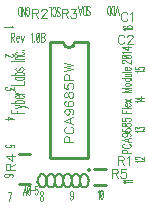
<source format=gto>
G04 DipTrace 2.4.0.2*
%INPCA9685.gto*%
%MOMM*%
%ADD10C,0.25*%
%ADD13C,0.152*%
%ADD24O,0.322X0.33*%
%ADD27O,0.312X0.377*%
%ADD46C,0.118*%
%ADD47C,0.111*%
%ADD48C,0.083*%
%FSLAX53Y53*%
G04*
G71*
G90*
G75*
G01*
%LNTopSilk*%
%LPD*%
X14301Y12996D2*
D10*
X13400D1*
X14301Y15596D2*
X13400D1*
D24*
X14862Y13227D3*
X19744Y14317D2*
D10*
X20744D1*
X19744Y12917D2*
X20744D1*
D27*
X19273Y14238D3*
X14993Y13324D2*
D13*
X14994Y13364D1*
X14996Y13403D1*
X15001Y13442D1*
X15007Y13481D1*
X15014Y13519D1*
X15024Y13556D1*
X15035Y13592D1*
X15047Y13626D1*
X15061Y13659D1*
X15077Y13690D1*
X15094Y13720D1*
X15112Y13748D1*
X15131Y13773D1*
X15151Y13796D1*
X15173Y13818D1*
X15195Y13836D1*
X15218Y13852D1*
X15241Y13866D1*
X15266Y13877D1*
X15290Y13885D1*
X15315Y13891D1*
X15340Y13894D1*
X15365D1*
X15390Y13891D1*
X15415Y13885D1*
X15440Y13877D1*
X15464Y13866D1*
X15488Y13852D1*
X15510Y13836D1*
X15533Y13818D1*
X15554Y13796D1*
X15574Y13773D1*
X15594Y13748D1*
X15612Y13720D1*
X15628Y13690D1*
X15644Y13659D1*
X15658Y13626D1*
X15671Y13592D1*
X15682Y13556D1*
X15691Y13519D1*
X15699Y13481D1*
X15705Y13442D1*
X15709Y13403D1*
X15712Y13364D1*
X15713Y13324D1*
X15712Y13284D1*
X15709Y13245D1*
X15705Y13205D1*
X15699Y13167D1*
X15691Y13129D1*
X15682Y13092D1*
X15671Y13056D1*
X15658Y13022D1*
X15644Y12989D1*
X15628Y12958D1*
X15612Y12928D1*
X15594Y12900D1*
X15574Y12875D1*
X15554Y12851D1*
X15533Y12830D1*
X15510Y12812D1*
X15488Y12795D1*
X15464Y12782D1*
X15440Y12771D1*
X15415Y12763D1*
X15390Y12757D1*
X15365Y12754D1*
X15340D1*
X15315Y12757D1*
X15290Y12763D1*
X15266Y12771D1*
X15241Y12782D1*
X15218Y12795D1*
X15195Y12812D1*
X15173Y12830D1*
X15151Y12851D1*
X15131Y12875D1*
X15112Y12900D1*
X15094Y12928D1*
X15077Y12958D1*
X15061Y12989D1*
X15047Y13022D1*
X15035Y13056D1*
X15024Y13092D1*
X15014Y13129D1*
X15007Y13167D1*
X15001Y13205D1*
X14996Y13245D1*
X14994Y13284D1*
X14993Y13324D1*
X15698Y13319D2*
X15699Y13358D1*
X15702Y13398D1*
X15706Y13437D1*
X15712Y13476D1*
X15720Y13514D1*
X15729Y13551D1*
X15740Y13586D1*
X15753Y13621D1*
X15767Y13654D1*
X15782Y13685D1*
X15799Y13715D1*
X15817Y13742D1*
X15837Y13768D1*
X15857Y13791D1*
X15878Y13812D1*
X15900Y13831D1*
X15923Y13847D1*
X15947Y13861D1*
X15971Y13872D1*
X15996Y13880D1*
X16021Y13886D1*
X16046Y13888D1*
X16071D1*
X16096Y13886D1*
X16121Y13880D1*
X16145Y13872D1*
X16170Y13861D1*
X16193Y13847D1*
X16216Y13831D1*
X16238Y13812D1*
X16260Y13791D1*
X16280Y13768D1*
X16299Y13742D1*
X16317Y13715D1*
X16334Y13685D1*
X16350Y13654D1*
X16364Y13621D1*
X16376Y13586D1*
X16387Y13551D1*
X16397Y13514D1*
X16404Y13476D1*
X16410Y13437D1*
X16415Y13398D1*
X16417Y13358D1*
X16418Y13319D1*
X16417Y13279D1*
X16415Y13239D1*
X16410Y13200D1*
X16404Y13162D1*
X16397Y13124D1*
X16387Y13087D1*
X16376Y13051D1*
X16364Y13017D1*
X16350Y12984D1*
X16334Y12952D1*
X16317Y12923D1*
X16299Y12895D1*
X16280Y12870D1*
X16260Y12846D1*
X16238Y12825D1*
X16216Y12806D1*
X16193Y12790D1*
X16170Y12777D1*
X16145Y12766D1*
X16121Y12757D1*
X16096Y12752D1*
X16071Y12749D1*
X16046D1*
X16021Y12752D1*
X15996Y12757D1*
X15971Y12766D1*
X15947Y12777D1*
X15923Y12790D1*
X15900Y12806D1*
X15878Y12825D1*
X15857Y12846D1*
X15837Y12870D1*
X15817Y12895D1*
X15799Y12923D1*
X15782Y12952D1*
X15767Y12984D1*
X15753Y13017D1*
X15740Y13051D1*
X15729Y13087D1*
X15720Y13124D1*
X15712Y13162D1*
X15706Y13200D1*
X15702Y13239D1*
X15699Y13279D1*
X15698Y13319D1*
X16405Y13331D2*
X16406Y13370D1*
X16409Y13410D1*
X16413Y13449D1*
X16419Y13488D1*
X16427Y13526D1*
X16436Y13562D1*
X16447Y13598D1*
X16460Y13633D1*
X16474Y13666D1*
X16490Y13697D1*
X16506Y13727D1*
X16524Y13754D1*
X16544Y13780D1*
X16564Y13803D1*
X16585Y13824D1*
X16608Y13843D1*
X16630Y13859D1*
X16654Y13873D1*
X16678Y13884D1*
X16703Y13892D1*
X16728Y13897D1*
X16753Y13900D1*
X16778D1*
X16803Y13897D1*
X16828Y13892D1*
X16852Y13884D1*
X16877Y13873D1*
X16900Y13859D1*
X16923Y13843D1*
X16945Y13824D1*
X16967Y13803D1*
X16987Y13780D1*
X17006Y13754D1*
X17024Y13727D1*
X17041Y13697D1*
X17057Y13666D1*
X17071Y13633D1*
X17083Y13598D1*
X17094Y13562D1*
X17104Y13526D1*
X17111Y13488D1*
X17117Y13449D1*
X17122Y13410D1*
X17124Y13370D1*
X17125Y13331D1*
X17124Y13291D1*
X17122Y13251D1*
X17117Y13212D1*
X17111Y13173D1*
X17104Y13136D1*
X17094Y13099D1*
X17083Y13063D1*
X17071Y13029D1*
X17057Y12996D1*
X17041Y12964D1*
X17024Y12935D1*
X17006Y12907D1*
X16987Y12881D1*
X16967Y12858D1*
X16945Y12837D1*
X16923Y12818D1*
X16900Y12802D1*
X16877Y12788D1*
X16852Y12778D1*
X16828Y12769D1*
X16803Y12764D1*
X16778Y12761D1*
X16753D1*
X16728Y12764D1*
X16703Y12769D1*
X16678Y12778D1*
X16654Y12788D1*
X16630Y12802D1*
X16608Y12818D1*
X16585Y12837D1*
X16564Y12858D1*
X16544Y12881D1*
X16524Y12907D1*
X16506Y12935D1*
X16490Y12964D1*
X16474Y12996D1*
X16460Y13029D1*
X16447Y13063D1*
X16436Y13099D1*
X16427Y13136D1*
X16419Y13173D1*
X16413Y13212D1*
X16409Y13251D1*
X16406Y13291D1*
X16405Y13331D1*
X17123Y13340D2*
X17124Y13379D1*
X17126Y13419D1*
X17131Y13458D1*
X17137Y13497D1*
X17145Y13535D1*
X17154Y13572D1*
X17165Y13607D1*
X17178Y13642D1*
X17192Y13675D1*
X17207Y13706D1*
X17224Y13736D1*
X17242Y13763D1*
X17261Y13789D1*
X17281Y13812D1*
X17303Y13833D1*
X17325Y13852D1*
X17348Y13868D1*
X17372Y13882D1*
X17396Y13893D1*
X17420Y13901D1*
X17445Y13907D1*
X17470Y13909D1*
X17495D1*
X17520Y13907D1*
X17545Y13901D1*
X17570Y13893D1*
X17594Y13882D1*
X17618Y13868D1*
X17641Y13852D1*
X17663Y13833D1*
X17684Y13812D1*
X17704Y13789D1*
X17724Y13763D1*
X17742Y13736D1*
X17759Y13706D1*
X17774Y13675D1*
X17788Y13642D1*
X17801Y13607D1*
X17812Y13572D1*
X17821Y13535D1*
X17829Y13497D1*
X17835Y13458D1*
X17839Y13419D1*
X17842Y13379D1*
X17843Y13340D1*
X17842Y13300D1*
X17839Y13260D1*
X17835Y13221D1*
X17829Y13183D1*
X17821Y13145D1*
X17812Y13108D1*
X17801Y13072D1*
X17788Y13038D1*
X17774Y13005D1*
X17759Y12973D1*
X17742Y12944D1*
X17724Y12916D1*
X17704Y12891D1*
X17684Y12867D1*
X17663Y12846D1*
X17641Y12827D1*
X17618Y12811D1*
X17594Y12798D1*
X17570Y12787D1*
X17545Y12778D1*
X17520Y12773D1*
X17495Y12770D1*
X17470D1*
X17445Y12773D1*
X17420Y12778D1*
X17396Y12787D1*
X17372Y12798D1*
X17348Y12811D1*
X17325Y12827D1*
X17303Y12846D1*
X17281Y12867D1*
X17261Y12891D1*
X17242Y12916D1*
X17224Y12944D1*
X17207Y12973D1*
X17192Y13005D1*
X17178Y13038D1*
X17165Y13072D1*
X17154Y13108D1*
X17145Y13145D1*
X17137Y13183D1*
X17131Y13221D1*
X17126Y13260D1*
X17124Y13300D1*
X17123Y13340D1*
X17850Y13334D2*
X17851Y13374D1*
X17854Y13414D1*
X17858Y13453D1*
X17864Y13491D1*
X17872Y13529D1*
X17881Y13566D1*
X17892Y13602D1*
X17905Y13636D1*
X17919Y13669D1*
X17934Y13701D1*
X17951Y13730D1*
X17969Y13758D1*
X17989Y13783D1*
X18009Y13807D1*
X18030Y13828D1*
X18052Y13847D1*
X18075Y13863D1*
X18099Y13876D1*
X18123Y13887D1*
X18148Y13896D1*
X18173Y13901D1*
X18198Y13904D1*
X18223D1*
X18248Y13901D1*
X18273Y13896D1*
X18297Y13887D1*
X18321Y13876D1*
X18345Y13863D1*
X18368Y13847D1*
X18390Y13828D1*
X18412Y13807D1*
X18432Y13783D1*
X18451Y13758D1*
X18469Y13730D1*
X18486Y13701D1*
X18501Y13669D1*
X18516Y13636D1*
X18528Y13602D1*
X18539Y13566D1*
X18548Y13529D1*
X18556Y13491D1*
X18562Y13453D1*
X18567Y13414D1*
X18569Y13374D1*
X18570Y13334D1*
X18569Y13294D1*
X18567Y13255D1*
X18562Y13216D1*
X18556Y13177D1*
X18548Y13139D1*
X18539Y13102D1*
X18528Y13067D1*
X18516Y13032D1*
X18501Y12999D1*
X18486Y12968D1*
X18469Y12938D1*
X18451Y12911D1*
X18432Y12885D1*
X18412Y12862D1*
X18390Y12841D1*
X18368Y12822D1*
X18345Y12806D1*
X18321Y12792D1*
X18297Y12781D1*
X18273Y12773D1*
X18248Y12767D1*
X18223Y12765D1*
X18198D1*
X18173Y12767D1*
X18148Y12773D1*
X18123Y12781D1*
X18099Y12792D1*
X18075Y12806D1*
X18052Y12822D1*
X18030Y12841D1*
X18009Y12862D1*
X17989Y12885D1*
X17969Y12911D1*
X17951Y12938D1*
X17934Y12968D1*
X17919Y12999D1*
X17905Y13032D1*
X17892Y13067D1*
X17881Y13102D1*
X17872Y13139D1*
X17864Y13177D1*
X17858Y13216D1*
X17854Y13255D1*
X17851Y13294D1*
X17850Y13334D1*
X18545Y13324D2*
X18546Y13363D1*
X18549Y13403D1*
X18553Y13442D1*
X18559Y13481D1*
X18567Y13519D1*
X18576Y13556D1*
X18587Y13591D1*
X18600Y13626D1*
X18614Y13659D1*
X18629Y13690D1*
X18646Y13720D1*
X18664Y13747D1*
X18683Y13773D1*
X18704Y13796D1*
X18725Y13817D1*
X18747Y13836D1*
X18770Y13852D1*
X18794Y13866D1*
X18818Y13877D1*
X18843Y13885D1*
X18867Y13891D1*
X18892Y13893D1*
X18918D1*
X18943Y13891D1*
X18968Y13885D1*
X18992Y13877D1*
X19016Y13866D1*
X19040Y13852D1*
X19063Y13836D1*
X19085Y13817D1*
X19106Y13796D1*
X19127Y13773D1*
X19146Y13747D1*
X19164Y13720D1*
X19181Y13690D1*
X19196Y13659D1*
X19210Y13626D1*
X19223Y13591D1*
X19234Y13556D1*
X19243Y13519D1*
X19251Y13481D1*
X19257Y13442D1*
X19262Y13403D1*
X19264Y13363D1*
X19265Y13324D1*
X19264Y13284D1*
X19262Y13244D1*
X19257Y13205D1*
X19251Y13167D1*
X19243Y13129D1*
X19234Y13092D1*
X19223Y13056D1*
X19210Y13022D1*
X19196Y12989D1*
X19181Y12957D1*
X19164Y12928D1*
X19146Y12900D1*
X19127Y12875D1*
X19106Y12851D1*
X19085Y12830D1*
X19063Y12811D1*
X19040Y12795D1*
X19016Y12782D1*
X18992Y12771D1*
X18968Y12762D1*
X18943Y12757D1*
X18918Y12754D1*
X18892D1*
X18867Y12757D1*
X18843Y12762D1*
X18818Y12771D1*
X18794Y12782D1*
X18770Y12795D1*
X18747Y12811D1*
X18725Y12830D1*
X18704Y12851D1*
X18683Y12875D1*
X18664Y12900D1*
X18646Y12928D1*
X18629Y12957D1*
X18614Y12989D1*
X18600Y13022D1*
X18587Y13056D1*
X18576Y13092D1*
X18567Y13129D1*
X18559Y13167D1*
X18553Y13205D1*
X18549Y13244D1*
X18546Y13284D1*
X18545Y13324D1*
X16020Y25060D2*
D10*
Y15261D1*
X19220Y25060D2*
Y15261D1*
X16020D2*
X19220D1*
X16020Y25060D2*
X17120D1*
X18120D2*
X19220D1*
X17120D2*
G03X18120Y25060I500J1D01*
G01*
X22553Y27414D2*
D46*
X22517Y27487D1*
X22444Y27560D1*
X22371Y27596D1*
X22226D1*
X22152Y27560D1*
X22080Y27487D1*
X22043Y27414D1*
X22007Y27305D1*
Y27122D1*
X22043Y27013D1*
X22080Y26940D1*
X22152Y26868D1*
X22226Y26830D1*
X22371D1*
X22444Y26868D1*
X22517Y26940D1*
X22553Y27013D1*
X22789Y27450D2*
X22862Y27487D1*
X22971Y27595D1*
Y26830D1*
X22286Y25484D2*
X22250Y25557D1*
X22176Y25630D1*
X22104Y25666D1*
X21958D1*
X21885Y25630D1*
X21812Y25557D1*
X21775Y25484D1*
X21739Y25375D1*
Y25192D1*
X21775Y25084D1*
X21812Y25010D1*
X21885Y24938D1*
X21958Y24901D1*
X22104D1*
X22176Y24938D1*
X22250Y25010D1*
X22286Y25084D1*
X22558Y25484D2*
Y25520D1*
X22594Y25593D1*
X22631Y25629D1*
X22704Y25666D1*
X22850D1*
X22922Y25629D1*
X22958Y25593D1*
X22995Y25520D1*
Y25447D1*
X22958Y25374D1*
X22886Y25265D1*
X22521Y24901D1*
X23032D1*
X21749Y15026D2*
X22076D1*
X22186Y15063D1*
X22223Y15100D1*
X22259Y15172D1*
Y15245D1*
X22223Y15318D1*
X22186Y15355D1*
X22076Y15391D1*
X21749D1*
Y14625D1*
X22004Y15026D2*
X22259Y14625D1*
X22494Y15244D2*
X22568Y15281D1*
X22677Y15390D1*
Y14625D1*
X14494Y27511D2*
X14822D1*
X14931Y27548D1*
X14968Y27584D1*
X15005Y27657D1*
Y27730D1*
X14968Y27802D1*
X14931Y27840D1*
X14822Y27876D1*
X14494D1*
Y27110D1*
X14749Y27511D2*
X15005Y27110D1*
X15277Y27693D2*
Y27729D1*
X15313Y27802D1*
X15349Y27839D1*
X15423Y27875D1*
X15568D1*
X15641Y27839D1*
X15677Y27802D1*
X15714Y27729D1*
Y27657D1*
X15677Y27583D1*
X15605Y27475D1*
X15240Y27110D1*
X15750D1*
X16986Y27477D2*
X17313D1*
X17423Y27514D1*
X17460Y27551D1*
X17496Y27623D1*
Y27696D1*
X17460Y27769D1*
X17423Y27806D1*
X17313Y27842D1*
X16986D1*
Y27076D1*
X17241Y27477D2*
X17496Y27076D1*
X17805Y27841D2*
X18205D1*
X17987Y27550D1*
X18096D1*
X18169Y27513D1*
X18205Y27477D1*
X18242Y27368D1*
Y27295D1*
X18205Y27186D1*
X18132Y27113D1*
X18023Y27076D1*
X17913D1*
X17805Y27113D1*
X17768Y27150D1*
X17731Y27222D1*
X12637Y14251D2*
Y14579D1*
X12600Y14688D1*
X12563Y14725D1*
X12491Y14761D1*
X12418D1*
X12345Y14725D1*
X12308Y14688D1*
X12272Y14579D1*
Y14251D1*
X13038D1*
X12637Y14506D2*
X13038Y14761D1*
Y15361D2*
X12273D1*
X12782Y14997D1*
Y15543D1*
X21211Y13936D2*
X21539D1*
X21649Y13973D1*
X21686Y14009D1*
X21722Y14082D1*
Y14155D1*
X21686Y14228D1*
X21649Y14265D1*
X21539Y14301D1*
X21211D1*
Y13535D1*
X21467Y13936D2*
X21722Y13535D1*
X22394Y14300D2*
X22030D1*
X21994Y13972D1*
X22030Y14009D1*
X22140Y14046D1*
X22249D1*
X22358Y14009D1*
X22431Y13936D1*
X22468Y13827D1*
Y13754D1*
X22431Y13645D1*
X22358Y13571D1*
X22249Y13535D1*
X22140D1*
X22030Y13571D1*
X21994Y13609D1*
X21957Y13681D1*
X17609Y16562D2*
Y16891D1*
X17573Y16999D1*
X17536Y17037D1*
X17463Y17073D1*
X17354D1*
X17281Y17037D1*
X17244Y16999D1*
X17208Y16891D1*
Y16562D1*
X17974D1*
X17390Y17855D2*
X17317Y17819D1*
X17244Y17745D1*
X17208Y17673D1*
Y17527D1*
X17244Y17454D1*
X17317Y17381D1*
X17390Y17344D1*
X17499Y17308D1*
X17682D1*
X17791Y17344D1*
X17864Y17381D1*
X17936Y17454D1*
X17974Y17527D1*
Y17673D1*
X17936Y17745D1*
X17864Y17819D1*
X17791Y17855D1*
X17974Y18674D2*
X17208Y18381D1*
X17974Y18090D1*
X17718Y18200D2*
Y18564D1*
X17463Y19383D2*
X17573Y19346D1*
X17646Y19274D1*
X17682Y19164D1*
Y19128D1*
X17646Y19019D1*
X17573Y18946D1*
X17463Y18909D1*
X17427D1*
X17317Y18946D1*
X17245Y19019D1*
X17209Y19128D1*
Y19164D1*
X17245Y19274D1*
X17317Y19346D1*
X17463Y19383D1*
X17646D1*
X17828Y19346D1*
X17937Y19274D1*
X17974Y19164D1*
Y19092D1*
X17937Y18982D1*
X17864Y18946D1*
X17317Y20056D2*
X17245Y20019D1*
X17209Y19910D1*
Y19838D1*
X17245Y19728D1*
X17354Y19655D1*
X17536Y19619D1*
X17718D1*
X17864Y19655D1*
X17937Y19728D1*
X17974Y19838D1*
Y19874D1*
X17937Y19982D1*
X17864Y20056D1*
X17755Y20092D1*
X17718D1*
X17609Y20056D1*
X17536Y19982D1*
X17500Y19874D1*
Y19838D1*
X17536Y19728D1*
X17609Y19655D1*
X17718Y19619D1*
X17209Y20509D2*
X17245Y20400D1*
X17317Y20363D1*
X17391D1*
X17463Y20400D1*
X17500Y20473D1*
X17536Y20619D1*
X17573Y20728D1*
X17646Y20801D1*
X17718Y20837D1*
X17828D1*
X17900Y20801D1*
X17937Y20764D1*
X17974Y20655D1*
Y20509D1*
X17937Y20400D1*
X17900Y20363D1*
X17828Y20327D1*
X17718D1*
X17646Y20363D1*
X17573Y20437D1*
X17536Y20545D1*
X17500Y20691D1*
X17463Y20764D1*
X17391Y20801D1*
X17317D1*
X17245Y20764D1*
X17209Y20655D1*
Y20509D1*
Y21509D2*
Y21145D1*
X17536Y21109D1*
X17500Y21145D1*
X17463Y21255D1*
Y21364D1*
X17500Y21473D1*
X17573Y21546D1*
X17682Y21583D1*
X17755D1*
X17864Y21546D1*
X17937Y21473D1*
X17974Y21364D1*
Y21255D1*
X17937Y21145D1*
X17900Y21109D1*
X17828Y21072D1*
X17609Y21818D2*
Y22146D1*
X17573Y22255D1*
X17536Y22292D1*
X17463Y22328D1*
X17354D1*
X17281Y22292D1*
X17244Y22255D1*
X17208Y22146D1*
Y21818D1*
X17974D1*
X17208Y22564D2*
X17974Y22746D1*
X17208Y22928D1*
X17974Y23110D1*
X17208Y23293D1*
X12738Y19328D2*
D47*
Y19012D1*
X13759D1*
X13225D2*
Y19206D1*
X13079Y19464D2*
X13759Y19609D1*
X13954Y19561D1*
X14051Y19512D1*
X14100Y19464D1*
Y19439D1*
X13079Y19755D2*
X13759Y19609D1*
X12738Y19867D2*
X13759D1*
X13225D2*
X13127Y19915D1*
X13079Y19964D1*
Y20037D1*
X13127Y20085D1*
X13225Y20134D1*
X13371Y20158D1*
X13467D1*
X13613Y20134D1*
X13710Y20085D1*
X13759Y20037D1*
Y19964D1*
X13710Y19915D1*
X13613Y19867D1*
X13371Y20269D2*
Y20560D1*
X13273D1*
X13175Y20536D1*
X13127Y20512D1*
X13079Y20463D1*
Y20390D1*
X13127Y20342D1*
X13225Y20293D1*
X13371Y20269D1*
X13467D1*
X13613Y20293D1*
X13710Y20342D1*
X13759Y20390D1*
Y20463D1*
X13710Y20512D1*
X13613Y20560D1*
X13079Y20672D2*
X13759D1*
X13371D2*
X13225Y20696D1*
X13127Y20745D1*
X13079Y20793D1*
Y20866D1*
X12738Y21426D2*
X13759D1*
Y21717D1*
X13079Y22120D2*
X13759D1*
X13225D2*
X13127Y22071D1*
X13079Y22022D1*
Y21950D1*
X13127Y21901D1*
X13225Y21853D1*
X13371Y21828D1*
X13467D1*
X13613Y21853D1*
X13710Y21901D1*
X13759Y21950D1*
Y22022D1*
X13710Y22071D1*
X13613Y22120D1*
X12738Y22231D2*
X13759D1*
X13225D2*
X13127Y22280D1*
X13079Y22328D1*
Y22401D1*
X13127Y22449D1*
X13225Y22498D1*
X13371Y22522D1*
X13467D1*
X13613Y22498D1*
X13710Y22449D1*
X13759Y22401D1*
Y22328D1*
X13710Y22280D1*
X13613Y22231D1*
X13225Y22901D2*
X13127Y22876D1*
X13079Y22803D1*
Y22730D1*
X13127Y22657D1*
X13225Y22633D1*
X13321Y22657D1*
X13371Y22706D1*
X13419Y22828D1*
X13467Y22876D1*
X13565Y22901D1*
X13613D1*
X13710Y22876D1*
X13759Y22803D1*
Y22730D1*
X13710Y22657D1*
X13613Y22633D1*
X12738Y23460D2*
X13759D1*
X13079Y23571D2*
X13759D1*
X13273D2*
X13127Y23644D1*
X13079Y23693D1*
Y23765D1*
X13127Y23814D1*
X13273Y23838D1*
X13759D1*
X13225Y24241D2*
X13127Y24192D1*
X13079Y24144D1*
Y24071D1*
X13127Y24022D1*
X13225Y23974D1*
X13371Y23949D1*
X13467D1*
X13613Y23974D1*
X13710Y24022D1*
X13759Y24071D1*
Y24144D1*
X13710Y24192D1*
X13613Y24241D1*
X13662Y24376D2*
X13711Y24352D1*
X13759Y24376D1*
X13711Y24401D1*
X13662Y24376D1*
X22060Y19302D2*
D46*
Y19017D1*
X22826D1*
X22425D2*
Y19192D1*
X22060Y19443D2*
X22826D1*
X22534Y19584D2*
Y19846D1*
X22461D1*
X22388Y19824D1*
X22351Y19803D1*
X22315Y19759D1*
Y19693D1*
X22351Y19650D1*
X22425Y19606D1*
X22534Y19584D1*
X22607D1*
X22716Y19606D1*
X22789Y19650D1*
X22826Y19693D1*
Y19759D1*
X22789Y19803D1*
X22716Y19846D1*
X22315Y19987D2*
X22826Y20228D1*
X22315D2*
X22826Y19987D1*
Y21163D2*
X22060D1*
X22826Y20988D1*
X22060Y20813D1*
X22826D1*
X22315Y21414D2*
X22351Y21370D1*
X22425Y21326D1*
X22534Y21304D1*
X22607D1*
X22716Y21326D1*
X22789Y21370D1*
X22826Y21414D1*
Y21479D1*
X22789Y21523D1*
X22716Y21567D1*
X22607Y21589D1*
X22534D1*
X22425Y21567D1*
X22351Y21523D1*
X22315Y21479D1*
Y21414D1*
X22060Y21992D2*
X22826D1*
X22425D2*
X22351Y21949D1*
X22315Y21905D1*
Y21839D1*
X22351Y21796D1*
X22425Y21752D1*
X22534Y21730D1*
X22607D1*
X22716Y21752D1*
X22789Y21796D1*
X22826Y21839D1*
Y21905D1*
X22789Y21949D1*
X22716Y21992D1*
X22315Y22134D2*
X22680D1*
X22789Y22155D1*
X22826Y22199D1*
Y22265D1*
X22789Y22308D1*
X22680Y22374D1*
X22315D2*
X22826D1*
X22060Y22515D2*
X22826D1*
X22534Y22656D2*
Y22919D1*
X22461D1*
X22388Y22897D1*
X22351Y22875D1*
X22315Y22831D1*
Y22766D1*
X22351Y22722D1*
X22425Y22678D1*
X22534Y22656D1*
X22607D1*
X22716Y22678D1*
X22789Y22722D1*
X22826Y22766D1*
Y22831D1*
X22789Y22875D1*
X22716Y22919D1*
X22239Y23249D2*
X22203D1*
X22130Y23271D1*
X22094Y23293D1*
X22058Y23337D1*
Y23424D1*
X22094Y23467D1*
X22130Y23489D1*
X22203Y23511D1*
X22276D1*
X22349Y23489D1*
X22458Y23446D1*
X22822Y23227D1*
Y23533D1*
X22058Y23806D2*
X22094Y23740D1*
X22203Y23696D1*
X22385Y23674D1*
X22495D1*
X22677Y23696D1*
X22786Y23740D1*
X22822Y23806D1*
Y23849D1*
X22786Y23915D1*
X22677Y23958D1*
X22495Y23981D1*
X22385D1*
X22203Y23958D1*
X22094Y23915D1*
X22058Y23849D1*
Y23806D1*
X22203Y23958D2*
X22677Y23696D1*
X22203Y24122D2*
X22166Y24166D1*
X22058Y24231D1*
X22822D1*
Y24591D2*
X22058D1*
X22567Y24373D1*
Y24701D1*
X12665Y25482D2*
X12862D1*
X12927Y25519D1*
X12950Y25556D1*
X12971Y25628D1*
Y25701D1*
X12950Y25774D1*
X12927Y25811D1*
X12862Y25847D1*
X12665D1*
Y25081D1*
X12818Y25482D2*
X12971Y25081D1*
X13113Y25373D2*
X13375D1*
Y25446D1*
X13353Y25519D1*
X13331Y25556D1*
X13287Y25592D1*
X13222D1*
X13178Y25556D1*
X13134Y25482D1*
X13113Y25373D1*
Y25300D1*
X13134Y25191D1*
X13178Y25118D1*
X13222Y25081D1*
X13287D1*
X13331Y25118D1*
X13375Y25191D1*
X13516Y25592D2*
X13647Y25081D1*
X13778Y25592D1*
X14364Y25700D2*
X14408Y25737D1*
X14474Y25846D1*
Y25081D1*
X14636Y25155D2*
X14615Y25118D1*
X14636Y25081D1*
X14659Y25118D1*
X14636Y25155D1*
X14931Y25846D2*
X14866Y25810D1*
X14822Y25700D1*
X14800Y25518D1*
Y25409D1*
X14822Y25227D1*
X14866Y25118D1*
X14931Y25081D1*
X14975D1*
X15040Y25118D1*
X15084Y25227D1*
X15106Y25409D1*
Y25518D1*
X15084Y25700D1*
X15040Y25810D1*
X14975Y25846D1*
X14931D1*
X15084Y25700D2*
X14822Y25227D1*
X15247Y25847D2*
Y25081D1*
X15444D1*
X15510Y25118D1*
X15532Y25155D1*
X15554Y25227D1*
Y25337D1*
X15532Y25410D1*
X15510Y25446D1*
X15444Y25482D1*
X15510Y25519D1*
X15532Y25556D1*
X15554Y25628D1*
Y25701D1*
X15532Y25774D1*
X15510Y25811D1*
X15444Y25847D1*
X15247D1*
Y25482D2*
X15444D1*
X22481Y15637D2*
Y15834D1*
X22445Y15899D1*
X22408Y15922D1*
X22336Y15943D1*
X22226D1*
X22154Y15922D1*
X22117Y15899D1*
X22080Y15834D1*
Y15637D1*
X22846D1*
X22262Y16413D2*
X22190Y16391D1*
X22117Y16347D1*
X22080Y16303D1*
Y16216D1*
X22117Y16172D1*
X22190Y16129D1*
X22262Y16106D1*
X22372Y16085D1*
X22555D1*
X22663Y16106D1*
X22736Y16129D1*
X22809Y16172D1*
X22846Y16216D1*
Y16303D1*
X22809Y16347D1*
X22736Y16391D1*
X22663Y16413D1*
X22846Y16904D2*
X22080Y16729D1*
X22846Y16554D1*
X22591Y16619D2*
Y16838D1*
X22336Y17330D2*
X22445Y17307D1*
X22518Y17264D1*
X22555Y17198D1*
Y17177D1*
X22518Y17111D1*
X22445Y17067D1*
X22336Y17045D1*
X22299D1*
X22190Y17067D1*
X22117Y17111D1*
X22081Y17177D1*
Y17198D1*
X22117Y17264D1*
X22190Y17307D1*
X22336Y17330D1*
X22518D1*
X22700Y17307D1*
X22810Y17264D1*
X22846Y17198D1*
Y17155D1*
X22810Y17089D1*
X22736Y17067D1*
X22190Y17733D2*
X22117Y17711D1*
X22081Y17646D1*
Y17602D1*
X22117Y17537D1*
X22227Y17493D1*
X22409Y17471D1*
X22591D1*
X22736Y17493D1*
X22810Y17537D1*
X22846Y17602D1*
Y17624D1*
X22810Y17689D1*
X22736Y17733D1*
X22627Y17755D1*
X22591D1*
X22481Y17733D1*
X22409Y17689D1*
X22373Y17624D1*
Y17602D1*
X22409Y17537D1*
X22481Y17493D1*
X22591Y17471D1*
X22081Y18005D2*
X22117Y17940D1*
X22190Y17918D1*
X22263D1*
X22336Y17940D1*
X22373Y17983D1*
X22409Y18071D1*
X22445Y18137D1*
X22518Y18180D1*
X22591Y18202D1*
X22700D1*
X22773Y18180D1*
X22810Y18158D1*
X22846Y18093D1*
Y18005D1*
X22810Y17940D1*
X22773Y17918D1*
X22700Y17896D1*
X22591D1*
X22518Y17918D1*
X22445Y17962D1*
X22409Y18027D1*
X22373Y18114D1*
X22336Y18158D1*
X22263Y18180D1*
X22190D1*
X22117Y18158D1*
X22081Y18093D1*
Y18005D1*
Y18605D2*
Y18387D1*
X22409Y18365D1*
X22373Y18387D1*
X22336Y18453D1*
Y18518D1*
X22373Y18584D1*
X22445Y18628D1*
X22555Y18649D1*
X22627D1*
X22736Y18628D1*
X22810Y18584D1*
X22846Y18518D1*
Y18453D1*
X22810Y18387D1*
X22773Y18365D1*
X22700Y18343D1*
X21804Y27364D2*
D48*
X21658Y28130D1*
X21513Y27364D1*
X21429D2*
Y28130D1*
X21302D1*
X21247Y28093D1*
X21210Y28021D1*
X21192Y27947D1*
X21174Y27839D1*
Y27656D1*
X21192Y27546D1*
X21210Y27474D1*
X21247Y27401D1*
X21302Y27364D1*
X21429D1*
X21091D2*
Y28130D1*
X20963D1*
X20909Y28093D1*
X20872Y28021D1*
X20854Y27947D1*
X20836Y27839D1*
Y27656D1*
X20854Y27546D1*
X20872Y27474D1*
X20909Y27401D1*
X20963Y27364D1*
X21091D1*
X19126Y27441D2*
X19163Y27368D1*
X19217Y27331D1*
X19290D1*
X19345Y27368D1*
X19382Y27441D1*
Y27513D1*
X19363Y27587D1*
X19345Y27623D1*
X19309Y27659D1*
X19199Y27732D1*
X19163Y27769D1*
X19144Y27806D1*
X19126Y27878D1*
Y27988D1*
X19163Y28060D1*
X19217Y28097D1*
X19290D1*
X19345Y28060D1*
X19382Y27988D1*
X19043Y27331D2*
Y28097D1*
X18915D1*
X18861Y28060D1*
X18824Y27988D1*
X18806Y27914D1*
X18788Y27806D1*
Y27623D1*
X18806Y27513D1*
X18824Y27441D1*
X18861Y27368D1*
X18915Y27331D1*
X19043D1*
X18413Y28097D2*
X18559Y27331D1*
X18704Y28097D1*
X18650Y27842D2*
X18467D1*
X16562Y27359D2*
X16598Y27286D1*
X16653Y27250D1*
X16726D1*
X16781Y27286D1*
X16817Y27359D1*
Y27432D1*
X16799Y27505D1*
X16781Y27541D1*
X16744Y27578D1*
X16635Y27651D1*
X16598Y27687D1*
X16580Y27724D1*
X16562Y27797D1*
Y27906D1*
X16598Y27979D1*
X16653Y28016D1*
X16726D1*
X16781Y27979D1*
X16817Y27906D1*
X16205Y27432D2*
X16223Y27359D1*
X16260Y27286D1*
X16296Y27250D1*
X16369D1*
X16406Y27286D1*
X16442Y27359D1*
X16461Y27432D1*
X16479Y27541D1*
Y27724D1*
X16461Y27833D1*
X16442Y27906D1*
X16406Y27979D1*
X16369Y28016D1*
X16296D1*
X16260Y27979D1*
X16223Y27906D1*
X16205Y27833D1*
X16122Y27250D2*
Y28016D1*
X15903D1*
X13968Y27471D2*
X13986Y27399D1*
X14023Y27326D1*
X14059Y27289D1*
X14132D1*
X14169Y27326D1*
X14205Y27399D1*
X14223Y27471D1*
X14242Y27581D1*
Y27764D1*
X14223Y27872D1*
X14205Y27946D1*
X14169Y28018D1*
X14132Y28055D1*
X14059D1*
X14023Y28018D1*
X13986Y27946D1*
X13968Y27872D1*
Y27764D1*
X14059D1*
X13630Y27289D2*
Y28055D1*
X13885Y27289D1*
Y28055D1*
X13546Y27289D2*
Y28055D1*
X13419D1*
X13364Y28018D1*
X13327Y27946D1*
X13309Y27872D1*
X13291Y27764D1*
Y27581D1*
X13309Y27471D1*
X13327Y27399D1*
X13364Y27326D1*
X13419Y27289D1*
X13546D1*
X22351Y26050D2*
X22314Y26087D1*
X22206Y26142D1*
X22971D1*
X22314Y26444D2*
X22242Y26426D1*
X22206Y26371D1*
Y26335D1*
X22242Y26280D1*
X22351Y26243D1*
X22533Y26225D1*
X22715D1*
X22861Y26243D1*
X22934Y26280D1*
X22971Y26335D1*
Y26353D1*
X22934Y26407D1*
X22861Y26444D1*
X22752Y26462D1*
X22715D1*
X22606Y26444D1*
X22533Y26407D1*
X22497Y26353D1*
Y26335D1*
X22533Y26280D1*
X22606Y26243D1*
X22715Y26225D1*
X12750Y24029D2*
X12786D1*
X12859Y24011D1*
X12896Y23993D1*
X12932Y23956D1*
Y23883D1*
X12896Y23847D1*
X12859Y23829D1*
X12786Y23810D1*
X12714D1*
X12640Y23829D1*
X12532Y23865D1*
X12167Y24047D1*
Y23792D1*
X12939Y21211D2*
Y21011D1*
X12648Y21120D1*
Y21065D1*
X12611Y21029D1*
X12575Y21011D1*
X12466Y20992D1*
X12393D1*
X12284Y21011D1*
X12210Y21047D1*
X12174Y21101D1*
Y21156D1*
X12210Y21211D1*
X12248Y21229D1*
X12320Y21247D1*
X12154Y18553D2*
X12919D1*
X12409Y18735D1*
Y18462D1*
X12962Y16169D2*
Y16351D1*
X12634Y16369D1*
X12671Y16351D1*
X12708Y16296D1*
Y16242D1*
X12671Y16187D1*
X12598Y16151D1*
X12489Y16133D1*
X12416D1*
X12307Y16151D1*
X12234Y16187D1*
X12197Y16242D1*
Y16296D1*
X12234Y16351D1*
X12271Y16369D1*
X12343Y16388D1*
X12765Y13660D2*
X12838Y13678D1*
X12874Y13733D1*
Y13769D1*
X12838Y13824D1*
X12728Y13861D1*
X12546Y13879D1*
X12364D1*
X12218Y13861D1*
X12145Y13824D1*
X12109Y13769D1*
Y13751D1*
X12145Y13697D1*
X12218Y13660D1*
X12328Y13642D1*
X12364D1*
X12474Y13660D1*
X12546Y13697D1*
X12582Y13751D1*
Y13769D1*
X12546Y13824D1*
X12474Y13861D1*
X12364Y13879D1*
X12558Y11624D2*
X12740Y12389D1*
X12485D1*
X15244Y12397D2*
X15190Y12361D1*
X15171Y12288D1*
Y12215D1*
X15190Y12143D1*
X15226Y12106D1*
X15299Y12069D1*
X15353Y12033D1*
X15390Y11960D1*
X15408Y11888D1*
Y11778D1*
X15390Y11706D1*
X15371Y11669D1*
X15317Y11632D1*
X15244D1*
X15190Y11669D1*
X15171Y11706D1*
X15153Y11778D1*
Y11888D1*
X15171Y11960D1*
X15208Y12033D1*
X15262Y12069D1*
X15335Y12106D1*
X15371Y12143D1*
X15390Y12215D1*
Y12288D1*
X15371Y12361D1*
X15317Y12397D1*
X15244D1*
X17924Y12224D2*
X17906Y12114D1*
X17869Y12041D1*
X17815Y12005D1*
X17797D1*
X17742Y12041D1*
X17706Y12114D1*
X17687Y12224D1*
Y12260D1*
X17706Y12369D1*
X17742Y12442D1*
X17797Y12478D1*
X17815D1*
X17869Y12442D1*
X17906Y12369D1*
X17924Y12224D1*
Y12041D1*
X17906Y11859D1*
X17869Y11749D1*
X17815Y11713D1*
X17778D1*
X17724Y11749D1*
X17706Y11823D1*
X20065Y12388D2*
X20101Y12425D1*
X20156Y12534D1*
Y11769D1*
X20349Y12534D2*
X20294Y12498D1*
X20258Y12388D1*
X20239Y12206D1*
Y12097D1*
X20258Y11915D1*
X20294Y11806D1*
X20349Y11769D1*
X20385D1*
X20440Y11806D1*
X20476Y11915D1*
X20495Y12097D1*
Y12206D1*
X20476Y12388D1*
X20440Y12498D1*
X20385Y12534D1*
X20349D1*
X20476Y12388D2*
X20258Y11915D1*
X12763Y26426D2*
X12800Y26390D1*
X12909Y26335D1*
X12144D1*
X23343Y14922D2*
X23306Y14958D1*
X23198Y15013D1*
X23962D1*
X23380Y15115D2*
X23343D1*
X23270Y15133D1*
X23234Y15151D1*
X23198Y15188D1*
Y15261D1*
X23234Y15297D1*
X23270Y15315D1*
X23343Y15334D1*
X23416D1*
X23489Y15315D1*
X23598Y15279D1*
X23962Y15096D1*
Y15352D1*
X23381Y19990D2*
X23344Y20027D1*
X23235Y20082D1*
X24000D1*
Y20348D2*
X23235D1*
X23745Y20165D1*
Y20439D1*
X23360Y17457D2*
X23323Y17493D1*
X23214Y17548D1*
X23979D1*
X23214Y17668D2*
Y17868D1*
X23506Y17759D1*
Y17814D1*
X23542Y17850D1*
X23578Y17868D1*
X23688Y17886D1*
X23760D1*
X23870Y17868D1*
X23943Y17832D1*
X23979Y17777D1*
Y17722D1*
X23943Y17668D1*
X23906Y17650D1*
X23834Y17631D1*
X23366Y22536D2*
X23329Y22572D1*
X23220Y22627D1*
X23985D1*
X23220Y22929D2*
Y22747D1*
X23548Y22729D1*
X23512Y22747D1*
X23475Y22802D1*
Y22856D1*
X23512Y22911D1*
X23584Y22947D1*
X23694Y22966D1*
X23766D1*
X23876Y22947D1*
X23949Y22911D1*
X23985Y22856D1*
Y22802D1*
X23949Y22747D1*
X23912Y22729D1*
X23840Y22710D1*
X22352Y13101D2*
X22315Y13138D1*
X22206Y13193D1*
X22971D1*
X22352Y13276D2*
X22315Y13313D1*
X22206Y13367D1*
X22971D1*
X13989Y12122D2*
X13843Y12888D1*
X13697Y12122D1*
X13752Y12377D2*
X13934D1*
X14182Y12887D2*
X14127Y12851D1*
X14090Y12741D1*
X14072Y12559D1*
Y12450D1*
X14090Y12268D1*
X14127Y12158D1*
X14182Y12122D1*
X14218D1*
X14273Y12158D1*
X14309Y12268D1*
X14327Y12450D1*
Y12559D1*
X14309Y12741D1*
X14273Y12851D1*
X14218Y12887D1*
X14182D1*
X14309Y12741D2*
X14090Y12268D1*
X14411Y12505D2*
X14621D1*
X14923Y12887D2*
X14741D1*
X14723Y12559D1*
X14741Y12596D1*
X14796Y12633D1*
X14850D1*
X14905Y12596D1*
X14942Y12523D1*
X14960Y12414D1*
Y12341D1*
X14942Y12232D1*
X14905Y12158D1*
X14850Y12122D1*
X14796D1*
X14741Y12158D1*
X14723Y12196D1*
X14705Y12268D1*
M02*

</source>
